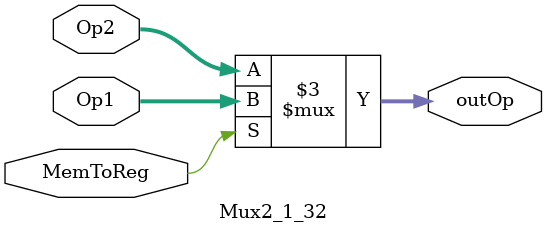
<source format=v>
module Mux2_1_32(
	input  MemToReg,
	input [31:0] Op1,
	input [31:0] Op2,
	output reg [31:0]outOp
);
//2. Definir Elementos /Componentes Internos (Cables, Registros).

//3. Elementos de Procesamiento (Lógicos y aritméticos)
always @ (*)
	begin 
		if(MemToReg)
			outOp=Op1;
		else
			outOp=Op2;
	end
endmodule

</source>
